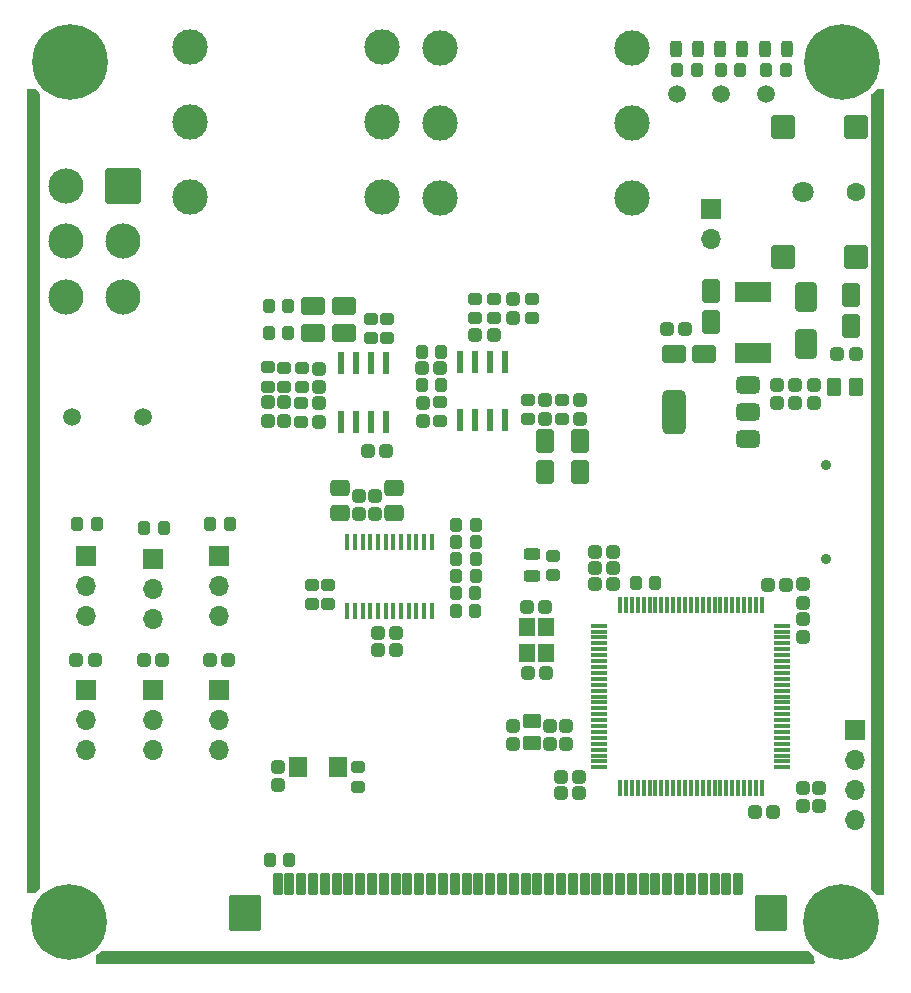
<source format=gts>
G04 #@! TF.GenerationSoftware,KiCad,Pcbnew,8.0.3*
G04 #@! TF.CreationDate,2025-02-06T23:25:04+07:00*
G04 #@! TF.ProjectId,Digital_Multi_Pedal_v1,44696769-7461-46c5-9f4d-756c74695f50,rev?*
G04 #@! TF.SameCoordinates,Original*
G04 #@! TF.FileFunction,Soldermask,Top*
G04 #@! TF.FilePolarity,Negative*
%FSLAX46Y46*%
G04 Gerber Fmt 4.6, Leading zero omitted, Abs format (unit mm)*
G04 Created by KiCad (PCBNEW 8.0.3) date 2025-02-06 23:25:04*
%MOMM*%
%LPD*%
G01*
G04 APERTURE LIST*
G04 Aperture macros list*
%AMRoundRect*
0 Rectangle with rounded corners*
0 $1 Rounding radius*
0 $2 $3 $4 $5 $6 $7 $8 $9 X,Y pos of 4 corners*
0 Add a 4 corners polygon primitive as box body*
4,1,4,$2,$3,$4,$5,$6,$7,$8,$9,$2,$3,0*
0 Add four circle primitives for the rounded corners*
1,1,$1+$1,$2,$3*
1,1,$1+$1,$4,$5*
1,1,$1+$1,$6,$7*
1,1,$1+$1,$8,$9*
0 Add four rect primitives between the rounded corners*
20,1,$1+$1,$2,$3,$4,$5,0*
20,1,$1+$1,$4,$5,$6,$7,0*
20,1,$1+$1,$6,$7,$8,$9,0*
20,1,$1+$1,$8,$9,$2,$3,0*%
G04 Aperture macros list end*
%ADD10C,3.000000*%
%ADD11RoundRect,0.251000X-0.251000X-0.326000X0.251000X-0.326000X0.251000X0.326000X-0.251000X0.326000X0*%
%ADD12RoundRect,0.251000X0.251000X0.326000X-0.251000X0.326000X-0.251000X-0.326000X0.251000X-0.326000X0*%
%ADD13RoundRect,0.299756X-0.502244X0.314744X-0.502244X-0.314744X0.502244X-0.314744X0.502244X0.314744X0*%
%ADD14RoundRect,0.259080X-0.502920X0.747920X-0.502920X-0.747920X0.502920X-0.747920X0.502920X0.747920X0*%
%ADD15RoundRect,0.276000X-0.301000X0.276000X-0.301000X-0.276000X0.301000X-0.276000X0.301000X0.276000X0*%
%ADD16RoundRect,0.276000X-0.276000X-0.301000X0.276000X-0.301000X0.276000X0.301000X-0.276000X0.301000X0*%
%ADD17RoundRect,0.276000X0.301000X-0.276000X0.301000X0.276000X-0.301000X0.276000X-0.301000X-0.276000X0*%
%ADD18RoundRect,0.259080X0.747920X0.502920X-0.747920X0.502920X-0.747920X-0.502920X0.747920X-0.502920X0*%
%ADD19C,0.800000*%
%ADD20C,6.400000*%
%ADD21RoundRect,0.251000X0.326000X-0.251000X0.326000X0.251000X-0.326000X0.251000X-0.326000X-0.251000X0*%
%ADD22C,1.800000*%
%ADD23C,1.600000*%
%ADD24RoundRect,0.250000X0.750000X-0.750000X0.750000X0.750000X-0.750000X0.750000X-0.750000X-0.750000X0*%
%ADD25RoundRect,0.243750X0.456250X-0.243750X0.456250X0.243750X-0.456250X0.243750X-0.456250X-0.243750X0*%
%ADD26RoundRect,0.102000X-1.387500X1.387500X-1.387500X-1.387500X1.387500X-1.387500X1.387500X1.387500X0*%
%ADD27C,2.979000*%
%ADD28R,1.700000X1.700000*%
%ADD29O,1.700000X1.700000*%
%ADD30C,1.500000*%
%ADD31RoundRect,0.276000X0.276000X0.301000X-0.276000X0.301000X-0.276000X-0.301000X0.276000X-0.301000X0*%
%ADD32R,0.558800X1.981200*%
%ADD33RoundRect,0.243750X-0.243750X-0.456250X0.243750X-0.456250X0.243750X0.456250X-0.243750X0.456250X0*%
%ADD34RoundRect,0.259080X0.502920X-0.747920X0.502920X0.747920X-0.502920X0.747920X-0.502920X-0.747920X0*%
%ADD35RoundRect,0.259080X-0.747920X-0.502920X0.747920X-0.502920X0.747920X0.502920X-0.747920X0.502920X0*%
%ADD36RoundRect,0.251000X-0.326000X0.251000X-0.326000X-0.251000X0.326000X-0.251000X0.326000X0.251000X0*%
%ADD37R,0.355600X1.358900*%
%ADD38RoundRect,0.293404X0.533596X-0.396096X0.533596X0.396096X-0.533596X0.396096X-0.533596X-0.396096X0*%
%ADD39R,3.149600X1.778000*%
%ADD40RoundRect,0.293404X-0.533596X0.396096X-0.533596X-0.396096X0.533596X-0.396096X0.533596X0.396096X0*%
%ADD41RoundRect,0.102000X-0.575000X0.700000X-0.575000X-0.700000X0.575000X-0.700000X0.575000X0.700000X0*%
%ADD42R,1.500000X1.700000*%
%ADD43R,1.475000X0.300000*%
%ADD44R,0.300000X1.475000*%
%ADD45RoundRect,0.250000X0.650000X-1.000000X0.650000X1.000000X-0.650000X1.000000X-0.650000X-1.000000X0*%
%ADD46RoundRect,0.375000X0.625000X0.375000X-0.625000X0.375000X-0.625000X-0.375000X0.625000X-0.375000X0*%
%ADD47RoundRect,0.500000X0.500000X1.400000X-0.500000X1.400000X-0.500000X-1.400000X0.500000X-1.400000X0*%
%ADD48RoundRect,0.299756X0.314744X0.502244X-0.314744X0.502244X-0.314744X-0.502244X0.314744X-0.502244X0*%
%ADD49RoundRect,0.102000X-0.300000X-0.850000X0.300000X-0.850000X0.300000X0.850000X-0.300000X0.850000X0*%
%ADD50RoundRect,0.102000X-1.250000X-1.400000X1.250000X-1.400000X1.250000X1.400000X-1.250000X1.400000X0*%
%ADD51C,0.900000*%
G04 APERTURE END LIST*
D10*
X142069200Y-78399000D03*
X158299200Y-78399000D03*
X142069200Y-72049000D03*
X158299200Y-72049000D03*
X142069200Y-84749000D03*
X158299200Y-84749000D03*
D11*
X169661200Y-73934200D03*
X171311200Y-73934200D03*
D12*
X129277200Y-140833800D03*
X127627200Y-140833800D03*
D13*
X149794200Y-129079000D03*
X149794200Y-130904000D03*
D11*
X122596200Y-112394200D03*
X124246200Y-112394200D03*
D14*
X164961700Y-92669000D03*
X164961700Y-95269000D03*
D15*
X172769200Y-120409000D03*
X172769200Y-121959000D03*
D16*
X140524200Y-99167900D03*
X142074200Y-99167900D03*
D17*
X151364200Y-130969000D03*
X151364200Y-129419000D03*
D14*
X153881700Y-105349000D03*
X153881700Y-107949000D03*
D18*
X133909200Y-96181500D03*
X131309200Y-96181500D03*
D19*
X108274200Y-73204000D03*
X108977144Y-71506944D03*
X108977144Y-74901056D03*
X110674200Y-70804000D03*
D20*
X110674200Y-73204000D03*
D19*
X110674200Y-75604000D03*
X112371256Y-71506944D03*
X112371256Y-74901056D03*
X113074200Y-73204000D03*
D16*
X152279200Y-133744000D03*
X153829200Y-133744000D03*
D11*
X162131200Y-73934200D03*
X163781200Y-73934200D03*
X143371200Y-118234200D03*
X145021200Y-118234200D03*
D21*
X149509400Y-103470900D03*
X149509400Y-101820900D03*
D22*
X172749200Y-84254000D03*
D23*
X177249200Y-84254000D03*
D24*
X171099200Y-89754000D03*
X177249200Y-89754000D03*
X177249200Y-78754000D03*
X171099200Y-78754000D03*
D17*
X127444200Y-103599000D03*
X127444200Y-102049000D03*
D16*
X169814200Y-117494000D03*
X171364200Y-117494000D03*
D17*
X172759200Y-119029000D03*
X172759200Y-117479000D03*
X150939200Y-103429000D03*
X150939200Y-101879000D03*
D25*
X149794200Y-116731500D03*
X149794200Y-114856500D03*
D26*
X115179200Y-83701500D03*
D27*
X115179200Y-88401500D03*
X115179200Y-93101500D03*
X110349200Y-83701500D03*
X110349200Y-88401500D03*
X110349200Y-93101500D03*
D17*
X174169200Y-136259000D03*
X174169200Y-134709000D03*
D28*
X112034200Y-126439000D03*
D29*
X112034200Y-128979000D03*
X112034200Y-131519000D03*
D19*
X173614200Y-146024000D03*
X174317144Y-144326944D03*
X174317144Y-147721056D03*
X176014200Y-143624000D03*
D20*
X176014200Y-146024000D03*
D19*
X176014200Y-148424000D03*
X177711256Y-144326944D03*
X177711256Y-147721056D03*
X178414200Y-146024000D03*
D30*
X162134200Y-75954000D03*
D19*
X108194200Y-146024000D03*
X108897144Y-144326944D03*
X108897144Y-147721056D03*
X110594200Y-143624000D03*
D20*
X110594200Y-146024000D03*
D19*
X110594200Y-148424000D03*
X112291256Y-144326944D03*
X112291256Y-147721056D03*
X112994200Y-146024000D03*
D31*
X138349200Y-121594000D03*
X136799200Y-121594000D03*
D17*
X128854200Y-103619000D03*
X128854200Y-102069000D03*
X170584200Y-102109000D03*
X170584200Y-100559000D03*
D19*
X173664200Y-73254000D03*
X174367144Y-71556944D03*
X174367144Y-74951056D03*
X176064200Y-70854000D03*
D20*
X176064200Y-73254000D03*
D19*
X176064200Y-75654000D03*
X177761256Y-71556944D03*
X177761256Y-74951056D03*
X178464200Y-73254000D03*
D32*
X137469200Y-98767900D03*
X136199200Y-98767900D03*
X134929200Y-98767900D03*
X133659200Y-98767900D03*
X133659200Y-103695500D03*
X134929200Y-103695500D03*
X136199200Y-103695500D03*
X137469200Y-103695500D03*
D33*
X169556700Y-72114000D03*
X171431700Y-72114000D03*
D16*
X155149200Y-117444000D03*
X156699200Y-117444000D03*
D34*
X176836700Y-95559000D03*
X176836700Y-92959000D03*
D15*
X148214200Y-129419000D03*
X148214200Y-130969000D03*
D30*
X165814200Y-75944000D03*
D16*
X135909200Y-106184000D03*
X137459200Y-106184000D03*
D31*
X156699200Y-116104800D03*
X155149200Y-116104800D03*
D16*
X175689200Y-97984000D03*
X177239200Y-97984000D03*
D28*
X164984200Y-85694000D03*
D29*
X164984200Y-88234000D03*
D12*
X142132200Y-97777700D03*
X140482200Y-97777700D03*
X145047200Y-115303800D03*
X143397200Y-115303800D03*
D11*
X158626200Y-117384200D03*
X160276200Y-117384200D03*
D16*
X155149200Y-114754000D03*
X156699200Y-114754000D03*
D31*
X138349200Y-123024000D03*
X136799200Y-123024000D03*
D35*
X161819200Y-97956500D03*
X164419200Y-97956500D03*
D36*
X130304000Y-102071000D03*
X130304000Y-103721000D03*
D16*
X122544200Y-123844000D03*
X124094200Y-123844000D03*
D28*
X123319200Y-126439000D03*
D29*
X123319200Y-128979000D03*
X123319200Y-131519000D03*
D28*
X123319200Y-115074000D03*
D29*
X123319200Y-117614000D03*
X123319200Y-120154000D03*
D15*
X136534200Y-109999000D03*
X136534200Y-111549000D03*
D17*
X152694600Y-130972036D03*
X152694600Y-129422036D03*
D14*
X150931700Y-105349000D03*
X150931700Y-107949000D03*
D31*
X153829200Y-135094000D03*
X152279200Y-135094000D03*
D33*
X165766700Y-72114000D03*
X167641700Y-72114000D03*
D37*
X134199201Y-119731350D03*
X134849200Y-119731350D03*
X135499198Y-119731350D03*
X136149199Y-119731350D03*
X136799198Y-119731350D03*
X137449199Y-119731350D03*
X138099198Y-119731350D03*
X138749199Y-119731350D03*
X139399198Y-119731350D03*
X140049199Y-119731350D03*
X140699198Y-119731350D03*
X141349199Y-119731350D03*
X141349199Y-113876650D03*
X140699200Y-113876650D03*
X140049199Y-113876650D03*
X139399201Y-113876650D03*
X138749199Y-113876650D03*
X138099201Y-113876650D03*
X137449202Y-113876650D03*
X136799201Y-113876650D03*
X136149202Y-113876650D03*
X135499201Y-113876650D03*
X134849202Y-113876650D03*
X134199201Y-113876650D03*
D38*
X138154200Y-111410900D03*
X138154200Y-109335900D03*
D28*
X112034200Y-115074000D03*
D29*
X112034200Y-117614000D03*
X112034200Y-120154000D03*
D11*
X143361200Y-119734200D03*
X145011200Y-119734200D03*
D15*
X131764200Y-102139000D03*
X131764200Y-103689000D03*
D12*
X145047200Y-116733800D03*
X143397200Y-116733800D03*
D21*
X152404400Y-103497000D03*
X152404400Y-101847000D03*
D16*
X116949200Y-123844000D03*
X118499200Y-123844000D03*
D39*
X168515300Y-92682300D03*
X168515300Y-97889300D03*
D15*
X172810800Y-134700800D03*
X172810800Y-136250800D03*
D36*
X149799000Y-93274900D03*
X149799000Y-94924900D03*
D17*
X148209200Y-94892900D03*
X148209200Y-93342900D03*
X153874200Y-103439000D03*
X153874200Y-101889000D03*
D28*
X117724200Y-115334000D03*
D29*
X117724200Y-117874000D03*
X117724200Y-120414000D03*
D40*
X133594200Y-109317100D03*
X133594200Y-111392100D03*
D21*
X145039400Y-94940900D03*
X145039400Y-93290900D03*
D31*
X162809200Y-95834000D03*
X161259200Y-95834000D03*
D36*
X146609000Y-93284900D03*
X146609000Y-94934900D03*
D15*
X140559200Y-102102900D03*
X140559200Y-103652900D03*
D18*
X133919200Y-93901500D03*
X131319200Y-93901500D03*
D36*
X128854000Y-99111000D03*
X128854000Y-100761000D03*
D31*
X170234200Y-136754000D03*
X168684200Y-136754000D03*
X151004200Y-124971500D03*
X149454200Y-124971500D03*
D36*
X130324000Y-99111000D03*
X130324000Y-100761000D03*
D17*
X128319200Y-134474000D03*
X128319200Y-132924000D03*
D36*
X137574000Y-95001000D03*
X137574000Y-96651000D03*
D32*
X147579200Y-98647900D03*
X146309200Y-98647900D03*
X145039200Y-98647900D03*
X143769200Y-98647900D03*
X143769200Y-103575500D03*
X145039200Y-103575500D03*
X146309200Y-103575500D03*
X147579200Y-103575500D03*
D12*
X142132200Y-100567700D03*
X140482200Y-100567700D03*
D11*
X127541200Y-96164200D03*
X129191200Y-96164200D03*
D21*
X127454400Y-100747000D03*
X127454400Y-99097000D03*
D33*
X161986700Y-72114000D03*
X163861700Y-72114000D03*
D41*
X149409200Y-121094000D03*
X149409200Y-123294000D03*
X151009200Y-123294000D03*
X151009200Y-121094000D03*
D11*
X117001200Y-112654200D03*
X118651200Y-112654200D03*
X111311200Y-112394200D03*
X112961200Y-112394200D03*
D42*
X130002200Y-132940000D03*
X133402200Y-132940000D03*
D36*
X131164000Y-117491000D03*
X131164000Y-119141000D03*
X132594000Y-117491000D03*
X132594000Y-119141000D03*
X136204000Y-95001000D03*
X136204000Y-96651000D03*
D17*
X172134200Y-102109000D03*
X172134200Y-100559000D03*
D43*
X155543200Y-120964000D03*
X155543200Y-121464000D03*
X155543200Y-121964000D03*
X155543200Y-122464000D03*
X155543200Y-122964000D03*
X155543200Y-123464000D03*
X155543200Y-123964000D03*
X155543200Y-124464000D03*
X155543200Y-124964000D03*
X155543200Y-125464000D03*
X155543200Y-125964000D03*
X155543200Y-126464000D03*
X155543200Y-126964000D03*
X155543200Y-127464000D03*
X155543200Y-127964000D03*
X155543200Y-128464000D03*
X155543200Y-128964000D03*
X155543200Y-129464000D03*
X155543200Y-129964000D03*
X155543200Y-130464000D03*
X155543200Y-130964000D03*
X155543200Y-131464000D03*
X155543200Y-131964000D03*
X155543200Y-132464000D03*
X155543200Y-132964000D03*
D44*
X157281200Y-134702000D03*
X157781200Y-134702000D03*
X158281200Y-134702000D03*
X158781200Y-134702000D03*
X159281200Y-134702000D03*
X159781200Y-134702000D03*
X160281200Y-134702000D03*
X160781200Y-134702000D03*
X161281200Y-134702000D03*
X161781200Y-134702000D03*
X162281200Y-134702000D03*
X162781200Y-134702000D03*
X163281200Y-134702000D03*
X163781200Y-134702000D03*
X164281200Y-134702000D03*
X164781200Y-134702000D03*
X165281200Y-134702000D03*
X165781200Y-134702000D03*
X166281200Y-134702000D03*
X166781200Y-134702000D03*
X167281200Y-134702000D03*
X167781200Y-134702000D03*
X168281200Y-134702000D03*
X168781200Y-134702000D03*
X169281200Y-134702000D03*
D43*
X171019200Y-132964000D03*
X171019200Y-132464000D03*
X171019200Y-131964000D03*
X171019200Y-131464000D03*
X171019200Y-130964000D03*
X171019200Y-130464000D03*
X171019200Y-129964000D03*
X171019200Y-129464000D03*
X171019200Y-128964000D03*
X171019200Y-128464000D03*
X171019200Y-127964000D03*
X171019200Y-127464000D03*
X171019200Y-126964000D03*
X171019200Y-126464000D03*
X171019200Y-125964000D03*
X171019200Y-125464000D03*
X171019200Y-124964000D03*
X171019200Y-124464000D03*
X171019200Y-123964000D03*
X171019200Y-123464000D03*
X171019200Y-122964000D03*
X171019200Y-122464000D03*
X171019200Y-121964000D03*
X171019200Y-121464000D03*
X171019200Y-120964000D03*
D44*
X169281200Y-119226000D03*
X168781200Y-119226000D03*
X168281200Y-119226000D03*
X167781200Y-119226000D03*
X167281200Y-119226000D03*
X166781200Y-119226000D03*
X166281200Y-119226000D03*
X165781200Y-119226000D03*
X165281200Y-119226000D03*
X164781200Y-119226000D03*
X164281200Y-119226000D03*
X163781200Y-119226000D03*
X163281200Y-119226000D03*
X162781200Y-119226000D03*
X162281200Y-119226000D03*
X161781200Y-119226000D03*
X161281200Y-119226000D03*
X160781200Y-119226000D03*
X160281200Y-119226000D03*
X159781200Y-119226000D03*
X159281200Y-119226000D03*
X158781200Y-119226000D03*
X158281200Y-119226000D03*
X157781200Y-119226000D03*
X157281200Y-119226000D03*
D36*
X135089000Y-132936000D03*
X135089000Y-134586000D03*
D11*
X127561200Y-93904200D03*
X129211200Y-93904200D03*
D28*
X117724200Y-126439000D03*
D29*
X117724200Y-128979000D03*
X117724200Y-131519000D03*
D45*
X173004200Y-97101500D03*
X173004200Y-93101500D03*
D12*
X145047200Y-113873800D03*
X143397200Y-113873800D03*
D17*
X135204200Y-111549000D03*
X135204200Y-109999000D03*
D31*
X146594200Y-96387900D03*
X145044200Y-96387900D03*
D16*
X149414200Y-119414000D03*
X150964200Y-119414000D03*
D46*
X168114200Y-105154000D03*
X168114200Y-102854000D03*
D47*
X161814200Y-102854000D03*
D46*
X168114200Y-100554000D03*
D12*
X145047200Y-112433800D03*
X143397200Y-112433800D03*
D21*
X151574400Y-116687000D03*
X151574400Y-115037000D03*
D16*
X111259200Y-123844000D03*
X112809200Y-123844000D03*
D21*
X142044400Y-103647000D03*
X142044400Y-101997000D03*
D28*
X177206000Y-129771600D03*
D29*
X177206000Y-132311600D03*
X177206000Y-134851600D03*
X177206000Y-137391600D03*
D48*
X177232236Y-100793600D03*
X175407236Y-100793600D03*
D30*
X169654200Y-75954000D03*
D11*
X165821200Y-73934200D03*
X167471200Y-73934200D03*
D17*
X173684200Y-102109000D03*
X173684200Y-100559000D03*
D15*
X131754200Y-99209000D03*
X131754200Y-100759000D03*
D10*
X120879200Y-78359000D03*
X137109200Y-78359000D03*
X120879200Y-72009000D03*
X137109200Y-72009000D03*
X120879200Y-84709000D03*
X137109200Y-84709000D03*
D49*
X167284200Y-142844000D03*
X166284200Y-142844000D03*
X165284200Y-142844000D03*
X164284200Y-142844000D03*
X163284200Y-142844000D03*
X162284200Y-142844000D03*
X161284200Y-142844000D03*
X160284200Y-142844000D03*
X159284200Y-142844000D03*
X158284200Y-142844000D03*
X157284200Y-142844000D03*
X156284200Y-142844000D03*
X155284200Y-142844000D03*
X154284200Y-142844000D03*
X153284200Y-142844000D03*
X152284200Y-142844000D03*
X151284200Y-142844000D03*
X150284200Y-142844000D03*
X149284200Y-142844000D03*
X148284200Y-142844000D03*
X147284200Y-142844000D03*
X146284200Y-142844000D03*
X145284200Y-142844000D03*
X144284200Y-142844000D03*
X143284200Y-142844000D03*
X142284200Y-142844000D03*
X141284200Y-142844000D03*
X140284200Y-142844000D03*
X139284200Y-142844000D03*
X138284200Y-142844000D03*
X137284200Y-142844000D03*
X136284200Y-142844000D03*
X135284200Y-142844000D03*
X134284200Y-142844000D03*
X133284200Y-142844000D03*
X132284200Y-142844000D03*
X131284200Y-142844000D03*
X130284200Y-142844000D03*
X129284200Y-142844000D03*
X128284200Y-142844000D03*
D50*
X170034200Y-145294000D03*
X125534200Y-145294000D03*
D30*
X110864200Y-103294000D03*
X116864200Y-103294000D03*
D51*
X174724200Y-107344000D03*
X174724200Y-115344000D03*
G36*
X173259985Y-148511085D02*
G01*
X173279766Y-148526866D01*
X173705809Y-148944660D01*
X173739892Y-149005653D01*
X173742935Y-149029522D01*
X173746700Y-149156610D01*
X173746749Y-149159152D01*
X173749755Y-149488870D01*
X173730682Y-149556086D01*
X173678298Y-149602320D01*
X173625760Y-149614000D01*
X113019400Y-149614000D01*
X112952361Y-149594315D01*
X112906606Y-149541511D01*
X112895400Y-149490000D01*
X112895400Y-148979092D01*
X112915085Y-148912053D01*
X112940783Y-148883199D01*
X113076235Y-148772149D01*
X113128697Y-148721468D01*
X113172439Y-148677416D01*
X113172572Y-148677282D01*
X113216195Y-148633482D01*
X113218093Y-148631618D01*
X113288859Y-148563549D01*
X113288863Y-148563545D01*
X113318571Y-148531334D01*
X113378491Y-148495398D01*
X113409724Y-148491400D01*
X173192946Y-148491400D01*
X173259985Y-148511085D01*
G37*
G36*
X179597239Y-75511485D02*
G01*
X179642994Y-75564289D01*
X179654200Y-75615800D01*
X179654200Y-143640800D01*
X179634515Y-143707839D01*
X179581711Y-143753594D01*
X179530200Y-143764800D01*
X179039893Y-143764800D01*
X178972854Y-143745115D01*
X178944001Y-143719417D01*
X178832956Y-143583971D01*
X178782268Y-143531502D01*
X178738082Y-143487628D01*
X178737947Y-143487493D01*
X178694281Y-143444002D01*
X178692418Y-143442107D01*
X178624337Y-143371328D01*
X178592132Y-143341626D01*
X178556197Y-143281706D01*
X178552200Y-143250475D01*
X178552200Y-76049726D01*
X178571885Y-75982687D01*
X178586795Y-75963803D01*
X179003824Y-75529877D01*
X179064471Y-75495181D01*
X179093229Y-75491800D01*
X179530200Y-75491800D01*
X179597239Y-75511485D01*
G37*
G36*
X107773546Y-75513685D02*
G01*
X107802399Y-75539383D01*
X107913443Y-75674828D01*
X107964130Y-75727297D01*
X108008183Y-75771037D01*
X108008279Y-75771212D01*
X108008319Y-75771173D01*
X108052118Y-75814796D01*
X108053981Y-75816692D01*
X108122060Y-75887469D01*
X108154266Y-75917171D01*
X108190202Y-75977091D01*
X108194200Y-76008324D01*
X108194200Y-143141800D01*
X108174515Y-143208839D01*
X108156868Y-143230483D01*
X107780105Y-143598683D01*
X107718401Y-143631461D01*
X107693437Y-143634000D01*
X107198200Y-143634000D01*
X107131161Y-143614315D01*
X107085406Y-143561511D01*
X107074200Y-143510000D01*
X107074200Y-75618000D01*
X107093885Y-75550961D01*
X107146689Y-75505206D01*
X107198200Y-75494000D01*
X107706507Y-75494000D01*
X107773546Y-75513685D01*
G37*
M02*

</source>
